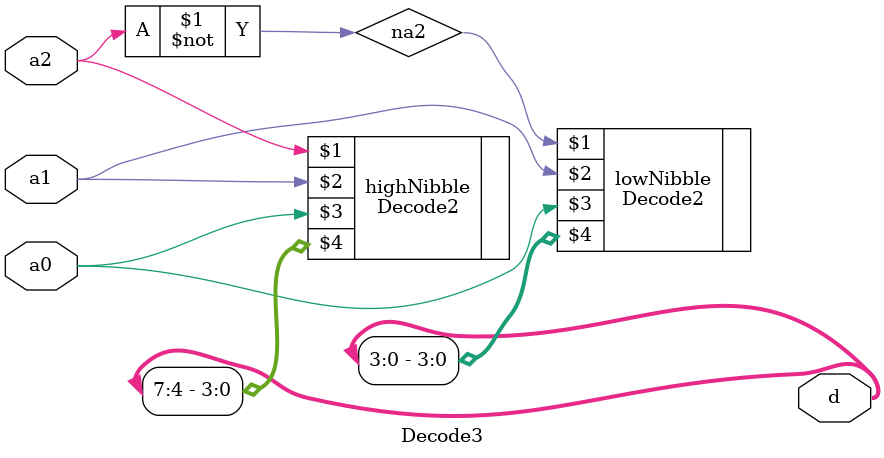
<source format=v>

`timescale 1ns / 1ps

module Decode3( input a2, input a1, input a0, output [7:0] d );

	assign na2 = ~a2;
	
	Decode2 highNibble( a2, a1, a0, d[7:4] );
	Decode2 lowNibble( na2, a1, a0, d[3:0] );

endmodule

</source>
